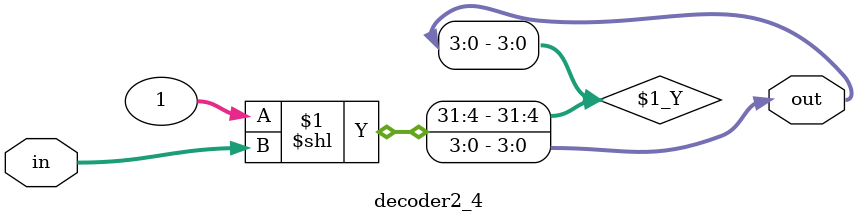
<source format=v>

module decoder2_4(
    input [1:0] in,
    output [3:0] out
);
    assign out = 1 << in;
endmodule


</source>
